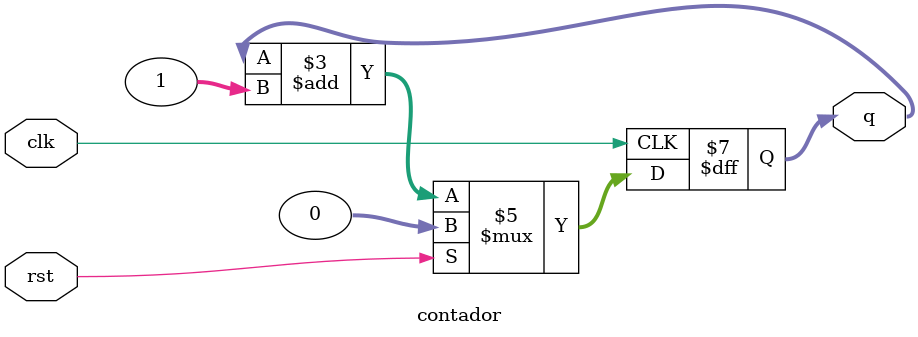
<source format=v>
`timescale 1ns / 1ps
module contador(
	input clk,
	input rst,
	output reg [31:0] q
    );
	 
 always @(posedge clk)
	begin
	if (rst == 1)
		q<=0;
	else 
		q<=q+1;
	end


endmodule

</source>
